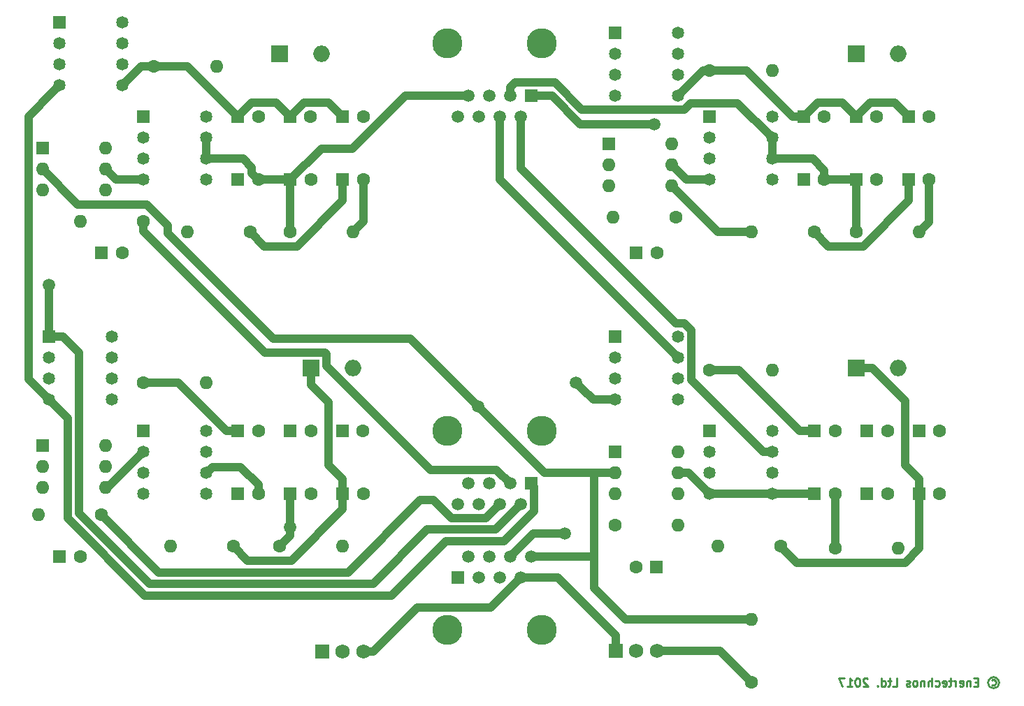
<source format=gbr>
G04 #@! TF.FileFunction,Copper,L2,Bot,Signal*
%FSLAX46Y46*%
G04 Gerber Fmt 4.6, Leading zero omitted, Abs format (unit mm)*
G04 Created by KiCad (PCBNEW 4.0.7) date 01/04/18 11:13:10*
%MOMM*%
%LPD*%
G01*
G04 APERTURE LIST*
%ADD10C,0.100000*%
%ADD11C,0.250000*%
%ADD12R,1.750000X1.750000*%
%ADD13C,1.750000*%
%ADD14C,1.600000*%
%ADD15O,1.600000X1.600000*%
%ADD16R,1.600000X1.600000*%
%ADD17R,2.000000X2.000000*%
%ADD18O,2.000000X2.000000*%
%ADD19R,1.485900X1.485900*%
%ADD20C,1.485900*%
%ADD21C,3.650000*%
%ADD22R,1.500000X1.500000*%
%ADD23C,1.500000*%
%ADD24C,1.000000*%
G04 APERTURE END LIST*
D10*
D11*
X123085716Y2849524D02*
X123180954Y2897143D01*
X123371430Y2897143D01*
X123466668Y2849524D01*
X123561906Y2754286D01*
X123609525Y2659048D01*
X123609525Y2468571D01*
X123561906Y2373333D01*
X123466668Y2278095D01*
X123371430Y2230476D01*
X123180954Y2230476D01*
X123085716Y2278095D01*
X123276192Y3230476D02*
X123514287Y3182857D01*
X123752383Y3040000D01*
X123895240Y2801905D01*
X123942859Y2563810D01*
X123895240Y2325714D01*
X123752383Y2087619D01*
X123514287Y1944762D01*
X123276192Y1897143D01*
X123038097Y1944762D01*
X122800002Y2087619D01*
X122657145Y2325714D01*
X122609525Y2563810D01*
X122657145Y2801905D01*
X122800002Y3040000D01*
X123038097Y3182857D01*
X123276192Y3230476D01*
X121419049Y2611429D02*
X121085715Y2611429D01*
X120942858Y2087619D02*
X121419049Y2087619D01*
X121419049Y3087619D01*
X120942858Y3087619D01*
X120514287Y2754286D02*
X120514287Y2087619D01*
X120514287Y2659048D02*
X120466668Y2706667D01*
X120371430Y2754286D01*
X120228572Y2754286D01*
X120133334Y2706667D01*
X120085715Y2611429D01*
X120085715Y2087619D01*
X119228572Y2135238D02*
X119323810Y2087619D01*
X119514287Y2087619D01*
X119609525Y2135238D01*
X119657144Y2230476D01*
X119657144Y2611429D01*
X119609525Y2706667D01*
X119514287Y2754286D01*
X119323810Y2754286D01*
X119228572Y2706667D01*
X119180953Y2611429D01*
X119180953Y2516190D01*
X119657144Y2420952D01*
X118752382Y2087619D02*
X118752382Y2754286D01*
X118752382Y2563810D02*
X118704763Y2659048D01*
X118657144Y2706667D01*
X118561906Y2754286D01*
X118466667Y2754286D01*
X118276191Y2754286D02*
X117895239Y2754286D01*
X118133334Y3087619D02*
X118133334Y2230476D01*
X118085715Y2135238D01*
X117990477Y2087619D01*
X117895239Y2087619D01*
X117180952Y2135238D02*
X117276190Y2087619D01*
X117466667Y2087619D01*
X117561905Y2135238D01*
X117609524Y2230476D01*
X117609524Y2611429D01*
X117561905Y2706667D01*
X117466667Y2754286D01*
X117276190Y2754286D01*
X117180952Y2706667D01*
X117133333Y2611429D01*
X117133333Y2516190D01*
X117609524Y2420952D01*
X116276190Y2135238D02*
X116371428Y2087619D01*
X116561905Y2087619D01*
X116657143Y2135238D01*
X116704762Y2182857D01*
X116752381Y2278095D01*
X116752381Y2563810D01*
X116704762Y2659048D01*
X116657143Y2706667D01*
X116561905Y2754286D01*
X116371428Y2754286D01*
X116276190Y2706667D01*
X115847619Y2087619D02*
X115847619Y3087619D01*
X115419047Y2087619D02*
X115419047Y2611429D01*
X115466666Y2706667D01*
X115561904Y2754286D01*
X115704762Y2754286D01*
X115800000Y2706667D01*
X115847619Y2659048D01*
X114942857Y2754286D02*
X114942857Y2087619D01*
X114942857Y2659048D02*
X114895238Y2706667D01*
X114800000Y2754286D01*
X114657142Y2754286D01*
X114561904Y2706667D01*
X114514285Y2611429D01*
X114514285Y2087619D01*
X113895238Y2087619D02*
X113990476Y2135238D01*
X114038095Y2182857D01*
X114085714Y2278095D01*
X114085714Y2563810D01*
X114038095Y2659048D01*
X113990476Y2706667D01*
X113895238Y2754286D01*
X113752380Y2754286D01*
X113657142Y2706667D01*
X113609523Y2659048D01*
X113561904Y2563810D01*
X113561904Y2278095D01*
X113609523Y2182857D01*
X113657142Y2135238D01*
X113752380Y2087619D01*
X113895238Y2087619D01*
X113180952Y2135238D02*
X113085714Y2087619D01*
X112895238Y2087619D01*
X112799999Y2135238D01*
X112752380Y2230476D01*
X112752380Y2278095D01*
X112799999Y2373333D01*
X112895238Y2420952D01*
X113038095Y2420952D01*
X113133333Y2468571D01*
X113180952Y2563810D01*
X113180952Y2611429D01*
X113133333Y2706667D01*
X113038095Y2754286D01*
X112895238Y2754286D01*
X112799999Y2706667D01*
X111085713Y2087619D02*
X111561904Y2087619D01*
X111561904Y3087619D01*
X110895237Y2754286D02*
X110514285Y2754286D01*
X110752380Y3087619D02*
X110752380Y2230476D01*
X110704761Y2135238D01*
X110609523Y2087619D01*
X110514285Y2087619D01*
X109752379Y2087619D02*
X109752379Y3087619D01*
X109752379Y2135238D02*
X109847617Y2087619D01*
X110038094Y2087619D01*
X110133332Y2135238D01*
X110180951Y2182857D01*
X110228570Y2278095D01*
X110228570Y2563810D01*
X110180951Y2659048D01*
X110133332Y2706667D01*
X110038094Y2754286D01*
X109847617Y2754286D01*
X109752379Y2706667D01*
X109276189Y2182857D02*
X109228570Y2135238D01*
X109276189Y2087619D01*
X109323808Y2135238D01*
X109276189Y2182857D01*
X109276189Y2087619D01*
X108085713Y2992381D02*
X108038094Y3040000D01*
X107942856Y3087619D01*
X107704760Y3087619D01*
X107609522Y3040000D01*
X107561903Y2992381D01*
X107514284Y2897143D01*
X107514284Y2801905D01*
X107561903Y2659048D01*
X108133332Y2087619D01*
X107514284Y2087619D01*
X106895237Y3087619D02*
X106799998Y3087619D01*
X106704760Y3040000D01*
X106657141Y2992381D01*
X106609522Y2897143D01*
X106561903Y2706667D01*
X106561903Y2468571D01*
X106609522Y2278095D01*
X106657141Y2182857D01*
X106704760Y2135238D01*
X106799998Y2087619D01*
X106895237Y2087619D01*
X106990475Y2135238D01*
X107038094Y2182857D01*
X107085713Y2278095D01*
X107133332Y2468571D01*
X107133332Y2706667D01*
X107085713Y2897143D01*
X107038094Y2992381D01*
X106990475Y3040000D01*
X106895237Y3087619D01*
X105609522Y2087619D02*
X106180951Y2087619D01*
X105895237Y2087619D02*
X105895237Y3087619D01*
X105990475Y2944762D01*
X106085713Y2849524D01*
X106180951Y2801905D01*
X105276189Y3087619D02*
X104609522Y3087619D01*
X105038094Y2087619D01*
D12*
X41990000Y6317436D03*
D13*
X44490000Y6317436D03*
X46990000Y6317436D03*
D12*
X77550000Y6350000D03*
D13*
X80050000Y6350000D03*
X82550000Y6350000D03*
D14*
X104140000Y18796000D03*
D15*
X111760000Y18796000D03*
D16*
X114300000Y33020000D03*
D14*
X116800000Y33020000D03*
D16*
X107990000Y33020000D03*
D14*
X110490000Y33020000D03*
D16*
X107990000Y25400000D03*
D14*
X110490000Y25400000D03*
D16*
X114300000Y25400000D03*
D14*
X116800000Y25400000D03*
D17*
X106680000Y40640000D03*
D18*
X111760000Y40640000D03*
D16*
X77470000Y30480000D03*
D15*
X85090000Y25400000D03*
X77470000Y27940000D03*
X85090000Y27940000D03*
X77470000Y25400000D03*
X85090000Y30480000D03*
D14*
X77470000Y21590000D03*
D15*
X85090000Y21590000D03*
D19*
X77470000Y44450000D03*
D20*
X77470000Y41910000D03*
X77470000Y39370000D03*
X77470000Y36830000D03*
X85090000Y36830000D03*
X85090000Y39370000D03*
X85090000Y41910000D03*
X85090000Y44450000D03*
D16*
X82510000Y16510000D03*
D14*
X80010000Y16510000D03*
X88900000Y40386000D03*
D15*
X96520000Y40386000D03*
D19*
X88900000Y33020000D03*
D20*
X88900000Y30480000D03*
X88900000Y27940000D03*
X88900000Y25400000D03*
X96520000Y25400000D03*
X96520000Y27940000D03*
X96520000Y30480000D03*
X96520000Y33020000D03*
D16*
X101640000Y33020000D03*
D14*
X104140000Y33020000D03*
D16*
X101640000Y25400000D03*
D14*
X104140000Y25400000D03*
X97536000Y19050000D03*
D15*
X89916000Y19050000D03*
D21*
X68580000Y8890000D03*
X57150000Y8890000D03*
D22*
X58420000Y15240000D03*
D23*
X59690000Y17780000D03*
X60960000Y15240000D03*
X62230000Y17780000D03*
X63500000Y15240000D03*
X64770000Y17780000D03*
X66040000Y15240000D03*
X67310000Y17780000D03*
D21*
X57150000Y33020000D03*
X68580000Y33020000D03*
D22*
X67310000Y26670000D03*
D23*
X66040000Y24130000D03*
X64770000Y26670000D03*
X63500000Y24130000D03*
X62230000Y26670000D03*
X60960000Y24130000D03*
X59690000Y26670000D03*
X58420000Y24130000D03*
D21*
X57150000Y80010000D03*
X68580000Y80010000D03*
D22*
X67310000Y73660000D03*
D23*
X66040000Y71120000D03*
X64770000Y73660000D03*
X63500000Y71120000D03*
X62230000Y73660000D03*
X60960000Y71120000D03*
X59690000Y73660000D03*
X58420000Y71120000D03*
D16*
X76708000Y67818000D03*
D15*
X84328000Y62738000D03*
X76708000Y65278000D03*
X84328000Y65278000D03*
X76708000Y62738000D03*
X84328000Y67818000D03*
D16*
X106680000Y71120000D03*
D14*
X109180000Y71120000D03*
D19*
X8890000Y44450000D03*
D20*
X8890000Y41910000D03*
X8890000Y39370000D03*
X8890000Y36830000D03*
X16510000Y36830000D03*
X16510000Y39370000D03*
X16510000Y41910000D03*
X16510000Y44450000D03*
D19*
X77470000Y81280000D03*
D20*
X77470000Y78740000D03*
X77470000Y76200000D03*
X77470000Y73660000D03*
X85090000Y73660000D03*
X85090000Y76200000D03*
X85090000Y78740000D03*
X85090000Y81280000D03*
D19*
X20320000Y33020000D03*
D20*
X20320000Y30480000D03*
X20320000Y27940000D03*
X20320000Y25400000D03*
X27940000Y25400000D03*
X27940000Y27940000D03*
X27940000Y30480000D03*
X27940000Y33020000D03*
D19*
X88900000Y71120000D03*
D20*
X88900000Y68580000D03*
X88900000Y66040000D03*
X88900000Y63500000D03*
X96520000Y63500000D03*
X96520000Y66040000D03*
X96520000Y68580000D03*
X96520000Y71120000D03*
D19*
X20320000Y71120000D03*
D20*
X20320000Y68580000D03*
X20320000Y66040000D03*
X20320000Y63500000D03*
X27940000Y63500000D03*
X27940000Y66040000D03*
X27940000Y68580000D03*
X27940000Y71120000D03*
D19*
X10160000Y82550000D03*
D20*
X10160000Y80010000D03*
X10160000Y77470000D03*
X10160000Y74930000D03*
X17780000Y74930000D03*
X17780000Y77470000D03*
X17780000Y80010000D03*
X17780000Y82550000D03*
D16*
X31790000Y71120000D03*
D14*
X34290000Y71120000D03*
D16*
X38100000Y71120000D03*
D14*
X40600000Y71120000D03*
D16*
X31790000Y63500000D03*
D14*
X34290000Y63500000D03*
D16*
X38140000Y63500000D03*
D14*
X40640000Y63500000D03*
D16*
X31790000Y33020000D03*
D14*
X34290000Y33020000D03*
D16*
X38140000Y33020000D03*
D14*
X40640000Y33020000D03*
D16*
X31790000Y25400000D03*
D14*
X34290000Y25400000D03*
D16*
X38140000Y25400000D03*
D14*
X40640000Y25400000D03*
D16*
X100330000Y71120000D03*
D14*
X102830000Y71120000D03*
D16*
X100330000Y63500000D03*
D14*
X102830000Y63500000D03*
D16*
X106680000Y63500000D03*
D14*
X109180000Y63500000D03*
X93980000Y2540000D03*
D15*
X93980000Y10160000D03*
D14*
X20320000Y58420000D03*
D15*
X12700000Y58420000D03*
D14*
X15240000Y22860000D03*
D15*
X7620000Y22860000D03*
D16*
X44490000Y63500000D03*
D14*
X46990000Y63500000D03*
D16*
X44490000Y71120000D03*
D14*
X46990000Y71120000D03*
D16*
X44490000Y25400000D03*
D14*
X46990000Y25400000D03*
D16*
X44450000Y33020000D03*
D14*
X46950000Y33020000D03*
D16*
X113030000Y63500000D03*
D14*
X115530000Y63500000D03*
D16*
X113030000Y71120000D03*
D14*
X115530000Y71120000D03*
X33274000Y57150000D03*
D15*
X25654000Y57150000D03*
D14*
X38100000Y57150000D03*
D15*
X45720000Y57150000D03*
D14*
X31242000Y19050000D03*
D15*
X23622000Y19050000D03*
D14*
X36830000Y19050000D03*
D15*
X44450000Y19050000D03*
D14*
X101600000Y57150000D03*
D15*
X93980000Y57150000D03*
D14*
X106680000Y57150000D03*
D15*
X114300000Y57150000D03*
D16*
X8128000Y67310000D03*
D15*
X15748000Y62230000D03*
X8128000Y64770000D03*
X15748000Y64770000D03*
X8128000Y62230000D03*
X15748000Y67310000D03*
D16*
X8128000Y31242000D03*
D15*
X15748000Y26162000D03*
X8128000Y28702000D03*
X15748000Y28702000D03*
X8128000Y26162000D03*
X15748000Y31242000D03*
D14*
X21590000Y77216000D03*
D15*
X29210000Y77216000D03*
D14*
X20320000Y38862000D03*
D15*
X27940000Y38862000D03*
D14*
X88900000Y76708000D03*
D15*
X96520000Y76708000D03*
D14*
X84836000Y58928000D03*
D15*
X77216000Y58928000D03*
D17*
X36830000Y78740000D03*
D18*
X41910000Y78740000D03*
D17*
X40640000Y40640000D03*
D18*
X45720000Y40640000D03*
D17*
X106680000Y78740000D03*
D18*
X111760000Y78740000D03*
D16*
X15280000Y54610000D03*
D14*
X17780000Y54610000D03*
D16*
X10200000Y17780000D03*
D14*
X12700000Y17780000D03*
D16*
X80050000Y54610000D03*
D14*
X82550000Y54610000D03*
D23*
X72777028Y38920345D03*
X8872624Y50739011D03*
X60868939Y36024095D03*
X38142002Y21382737D03*
X82231299Y70268626D03*
X71399475Y20592064D03*
D24*
X21590000Y77216000D02*
X25694000Y77216000D01*
X25694000Y77216000D02*
X31790000Y71120000D01*
X21590000Y77216000D02*
X20066000Y77216000D01*
X20066000Y77216000D02*
X17780000Y74930000D01*
X38100000Y71120000D02*
X36399999Y72820001D01*
X36399999Y72820001D02*
X33490001Y72820001D01*
X33490001Y72820001D02*
X31790000Y71120000D01*
X44490000Y71120000D02*
X42789999Y72820001D01*
X42789999Y72820001D02*
X39800001Y72820001D01*
X39800001Y72820001D02*
X38100000Y71120000D01*
X106680000Y71120000D02*
X108380001Y72820001D01*
X108380001Y72820001D02*
X111329999Y72820001D01*
X111329999Y72820001D02*
X113030000Y71120000D01*
X100330000Y71120000D02*
X102030001Y72820001D01*
X102030001Y72820001D02*
X104979999Y72820001D01*
X104979999Y72820001D02*
X106680000Y71120000D01*
X85090000Y73660000D02*
X88138000Y76708000D01*
X88138000Y76708000D02*
X88900000Y76708000D01*
X88900000Y76708000D02*
X93363568Y76708000D01*
X93363568Y76708000D02*
X98951568Y71120000D01*
X98951568Y71120000D02*
X100330000Y71120000D01*
X92474000Y40386000D02*
X90031370Y40386000D01*
X88900000Y40386000D02*
X88646000Y40386000D01*
X90031370Y40386000D02*
X88900000Y40386000D01*
X101640000Y33020000D02*
X99840000Y33020000D01*
X99840000Y33020000D02*
X92474000Y40386000D01*
X15748000Y26162000D02*
X16002000Y26162000D01*
X16002000Y26162000D02*
X20320000Y30480000D01*
X84328000Y62738000D02*
X89916000Y57150000D01*
X89916000Y57150000D02*
X93980000Y57150000D01*
X73527027Y38170346D02*
X72777028Y38920345D01*
X74867373Y36830000D02*
X73527027Y38170346D01*
X77470000Y36830000D02*
X74867373Y36830000D01*
X67690001Y23337999D02*
X67690001Y26289999D01*
X56989978Y19679978D02*
X64031980Y19679978D01*
X50403737Y13093737D02*
X56989978Y19679978D01*
X20510347Y13093737D02*
X50403737Y13093737D01*
X11148052Y22456032D02*
X20510347Y13093737D01*
X11148051Y34571949D02*
X11148052Y22456032D01*
X64031980Y19679978D02*
X67690001Y23337999D01*
X8890000Y36830000D02*
X11148051Y34571949D01*
X67690001Y26289999D02*
X67310000Y26670000D01*
X6427999Y71197999D02*
X9417051Y74187051D01*
X6427999Y39292001D02*
X6427999Y71197999D01*
X8890000Y36830000D02*
X6427999Y39292001D01*
X9417051Y74187051D02*
X10160000Y74930000D01*
X62989989Y21079989D02*
X65290001Y23380001D01*
X54744045Y21079989D02*
X62989989Y21079989D01*
X48157804Y14493748D02*
X54744045Y21079989D01*
X21090250Y14493748D02*
X48157804Y14493748D01*
X8890000Y44450000D02*
X10632950Y44450000D01*
X12548062Y23035936D02*
X21090250Y14493748D01*
X10632950Y44450000D02*
X12548062Y42534888D01*
X65290001Y23380001D02*
X66040000Y24130000D01*
X12548062Y42534888D02*
X12548062Y23035936D01*
X8890000Y44450000D02*
X8890000Y50721635D01*
X8890000Y50721635D02*
X8872624Y50739011D01*
X74930000Y13970000D02*
X78740000Y10160000D01*
X78740000Y10160000D02*
X93980000Y10160000D01*
X74930000Y17780000D02*
X74930000Y13970000D01*
X60118940Y36774094D02*
X60868939Y36024095D01*
X36056457Y44231541D02*
X52661493Y44231541D01*
X23290001Y57966001D02*
X23290001Y56997997D01*
X20726003Y60529999D02*
X23290001Y57966001D01*
X12368001Y60529999D02*
X20726003Y60529999D01*
X23290001Y56997997D02*
X36056457Y44231541D01*
X61618938Y35274096D02*
X60868939Y36024095D01*
X52661493Y44231541D02*
X60118940Y36774094D01*
X68953034Y27940000D02*
X61618938Y35274096D01*
X74930000Y27940000D02*
X68953034Y27940000D01*
X8128000Y64770000D02*
X12368001Y60529999D01*
X77470000Y27940000D02*
X74930000Y27940000D01*
X74930000Y17780000D02*
X74930000Y27940000D01*
X77470000Y27940000D02*
X77325544Y27795544D01*
X67310000Y17780000D02*
X74930000Y17780000D01*
X20320000Y38862000D02*
X24529568Y38862000D01*
X24529568Y38862000D02*
X30371568Y33020000D01*
X30371568Y33020000D02*
X31790000Y33020000D01*
X33274000Y57150000D02*
X34974001Y55449999D01*
X34974001Y55449999D02*
X38916001Y55449999D01*
X44490000Y61700000D02*
X44490000Y63500000D01*
X38916001Y55449999D02*
X44490000Y61023998D01*
X44490000Y61023998D02*
X44490000Y61700000D01*
X31242000Y19050000D02*
X32942001Y17349999D01*
X32942001Y17349999D02*
X38239999Y17349999D01*
X38239999Y17349999D02*
X44490000Y23600000D01*
X44490000Y23600000D02*
X44490000Y25400000D01*
X40640000Y40640000D02*
X40640000Y38640000D01*
X44490000Y27200000D02*
X44490000Y25400000D01*
X40640000Y38640000D02*
X42749999Y36530001D01*
X42749999Y36530001D02*
X42749999Y28940001D01*
X42749999Y28940001D02*
X44490000Y27200000D01*
X101600000Y57150000D02*
X103300001Y55449999D01*
X103300001Y55449999D02*
X107496001Y55449999D01*
X113030000Y61700000D02*
X113030000Y63500000D01*
X107496001Y55449999D02*
X113030000Y60983998D01*
X113030000Y60983998D02*
X113030000Y61700000D01*
X106680000Y40640000D02*
X108680000Y40640000D01*
X114300000Y18819998D02*
X112576001Y17095999D01*
X112576001Y17095999D02*
X99490001Y17095999D01*
X99490001Y17095999D02*
X98335999Y18250001D01*
X98335999Y18250001D02*
X97536000Y19050000D01*
X114300000Y27200000D02*
X114300000Y25400000D01*
X114300000Y25400000D02*
X114300000Y18819998D01*
X108680000Y40640000D02*
X112599999Y36720001D01*
X112599999Y36720001D02*
X112599999Y28900001D01*
X112599999Y28900001D02*
X114300000Y27200000D01*
X64770000Y26670000D02*
X63119999Y28320001D01*
X55167082Y28320001D02*
X42540001Y40947082D01*
X42360001Y42540001D02*
X35068629Y42540001D01*
X63119999Y28320001D02*
X55167082Y28320001D01*
X42540001Y40947082D02*
X42540001Y42360001D01*
X42540001Y42360001D02*
X42360001Y42540001D01*
X35068629Y42540001D02*
X20320000Y57288630D01*
X20320000Y57288630D02*
X20320000Y58420000D01*
X53860001Y24650001D02*
X55457997Y24650001D01*
X55457997Y24650001D02*
X57627999Y22479999D01*
X57627999Y22479999D02*
X61849999Y22479999D01*
X61849999Y22479999D02*
X62750001Y23380001D01*
X62750001Y23380001D02*
X63500000Y24130000D01*
X45103759Y15893759D02*
X53860001Y24650001D01*
X15240000Y22860000D02*
X22206241Y15893759D01*
X22206241Y15893759D02*
X45103759Y15893759D01*
X20320000Y63500000D02*
X17018000Y63500000D01*
X17018000Y63500000D02*
X15748000Y64770000D01*
X45720000Y57150000D02*
X46990000Y58420000D01*
X46990000Y58420000D02*
X46990000Y63500000D01*
X59690000Y73660000D02*
X52046002Y73660000D01*
X52046002Y73660000D02*
X45641369Y67255367D01*
X45641369Y67255367D02*
X41895367Y67255367D01*
X41895367Y67255367D02*
X38140000Y63500000D01*
X27940000Y66040000D02*
X27940000Y68580000D01*
X34290000Y63500000D02*
X33490001Y64299999D01*
X33490001Y64299999D02*
X33490001Y65020001D01*
X33490001Y65020001D02*
X32470002Y66040000D01*
X32470002Y66040000D02*
X28990689Y66040000D01*
X28990689Y66040000D02*
X27940000Y66040000D01*
X38140000Y63500000D02*
X34290000Y63500000D01*
X38100000Y57150000D02*
X38100000Y63460000D01*
X38100000Y63460000D02*
X38140000Y63500000D01*
X36830000Y19050000D02*
X38142002Y20362002D01*
X38142002Y20362002D02*
X38142002Y21382737D01*
X38140000Y25400000D02*
X38140000Y21590000D01*
X38140000Y21590000D02*
X38140000Y20360000D01*
X38140000Y20360000D02*
X36830000Y19050000D01*
X27940000Y27940000D02*
X28682949Y28682949D01*
X28682949Y28682949D02*
X32138421Y28682949D01*
X32138421Y28682949D02*
X34290000Y26531370D01*
X34290000Y26531370D02*
X34290000Y25400000D01*
X69834740Y73660000D02*
X73226114Y70268626D01*
X81170639Y70268626D02*
X82231299Y70268626D01*
X73226114Y70268626D02*
X81170639Y70268626D01*
X67310000Y73660000D02*
X69834740Y73660000D01*
X115530000Y63500000D02*
X115530000Y58380000D01*
X115530000Y58380000D02*
X114300000Y57150000D01*
X88900000Y63500000D02*
X86106000Y63500000D01*
X86106000Y63500000D02*
X84328000Y65278000D01*
X64770000Y74720660D02*
X64770000Y73660000D01*
X65359341Y75310001D02*
X64770000Y74720660D01*
X70164653Y75310001D02*
X65359341Y75310001D01*
X73457605Y72017049D02*
X70164653Y75310001D01*
X85878617Y72017049D02*
X73457605Y72017049D01*
X86624519Y72762951D02*
X85878617Y72017049D01*
X92337049Y72762951D02*
X86624519Y72762951D01*
X96520000Y68580000D02*
X92337049Y72762951D01*
X106680000Y63500000D02*
X106680000Y57150000D01*
X102830000Y63500000D02*
X106680000Y63500000D01*
X96520000Y66040000D02*
X101421370Y66040000D01*
X101421370Y66040000D02*
X102830000Y64631370D01*
X102830000Y64631370D02*
X102830000Y63500000D01*
X96520000Y68580000D02*
X96520000Y66040000D01*
X85090000Y41910000D02*
X63500000Y63500000D01*
X63500000Y63500000D02*
X63500000Y69044262D01*
X63500000Y69044262D02*
X63500000Y71120000D01*
X96520000Y25400000D02*
X101640000Y25400000D01*
X85090000Y27940000D02*
X86360000Y27940000D01*
X88900000Y25400000D02*
X96520000Y25400000D01*
X86360000Y27940000D02*
X88900000Y25400000D01*
X66040000Y71120000D02*
X66056729Y71103271D01*
X86732951Y45238617D02*
X86732951Y39216360D01*
X66056729Y71103271D02*
X66056729Y64887301D01*
X66056729Y64887301D02*
X84851079Y46092951D01*
X84851079Y46092951D02*
X85878617Y46092951D01*
X86732951Y39216360D02*
X95469311Y30480000D01*
X85878617Y46092951D02*
X86732951Y45238617D01*
X95469311Y30480000D02*
X96520000Y30480000D01*
X104140000Y25400000D02*
X104140000Y18796000D01*
X70535000Y15240000D02*
X67100660Y15240000D01*
X77550000Y6350000D02*
X77550000Y8225000D01*
X77550000Y8225000D02*
X70535000Y15240000D01*
X67100660Y15240000D02*
X66040000Y15240000D01*
X46990000Y6317436D02*
X48227436Y6317436D01*
X48227436Y6317436D02*
X53525001Y11615001D01*
X53525001Y11615001D02*
X62415001Y11615001D01*
X62415001Y11615001D02*
X65290001Y14490001D01*
X65290001Y14490001D02*
X66040000Y15240000D01*
X67582064Y20592064D02*
X70338815Y20592064D01*
X64770000Y17780000D02*
X67582064Y20592064D01*
X70338815Y20592064D02*
X71399475Y20592064D01*
X82550000Y6350000D02*
X90170000Y6350000D01*
X90170000Y6350000D02*
X93980000Y2540000D01*
M02*

</source>
